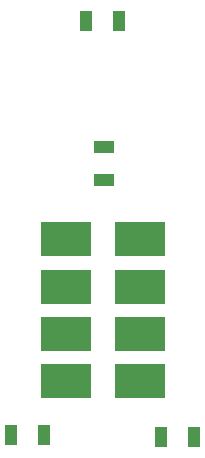
<source format=gbp>
%FSLAX25Y25*%
%MOIN*%
G70*
G01*
G75*
G04 Layer_Color=6049101*
%ADD10R,0.08000X0.05000*%
%ADD11R,0.05906X0.05906*%
%ADD12R,0.05906X0.05906*%
%ADD13C,0.02500*%
%ADD14C,0.16500*%
%ADD15C,0.04000*%
%ADD16R,0.05000X0.08000*%
%ADD17R,0.17716X0.12205*%
%ADD18C,0.01000*%
%ADD19C,0.01200*%
%ADD20R,0.07000X0.04000*%
%ADD21R,0.04906X0.04906*%
%ADD22R,0.04906X0.04906*%
%ADD23R,0.04000X0.07000*%
%ADD24R,0.16716X0.11205*%
D20*
X543000Y521500D02*
D03*
Y510500D02*
D03*
D23*
X537000Y563500D02*
D03*
X573000Y425000D02*
D03*
X512000Y425500D02*
D03*
X548000Y563500D02*
D03*
X562000Y425000D02*
D03*
X523000Y425500D02*
D03*
D24*
X530394Y443500D02*
D03*
Y459248D02*
D03*
Y474996D02*
D03*
X555000Y443500D02*
D03*
Y459248D02*
D03*
Y474996D02*
D03*
X530394Y490744D02*
D03*
X555000D02*
D03*
M02*

</source>
